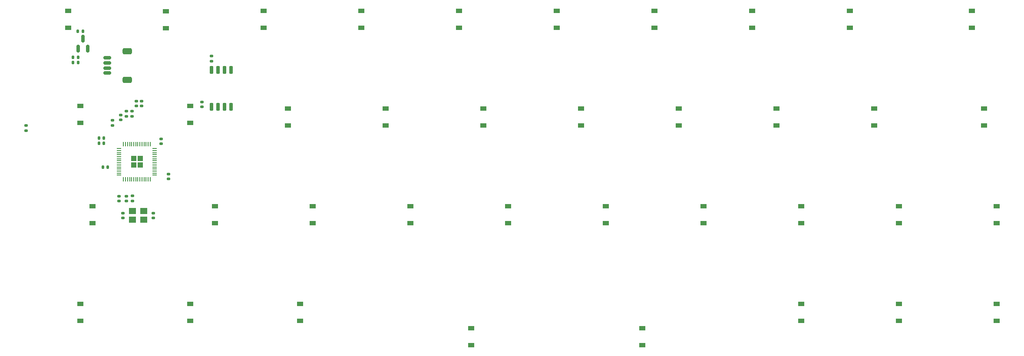
<source format=gbr>
%TF.GenerationSoftware,KiCad,Pcbnew,(6.0.7-1)-1*%
%TF.CreationDate,2022-08-08T11:53:52-04:00*%
%TF.ProjectId,shortiepie2040,73686f72-7469-4657-9069-65323034302e,rev?*%
%TF.SameCoordinates,Original*%
%TF.FileFunction,Paste,Bot*%
%TF.FilePolarity,Positive*%
%FSLAX46Y46*%
G04 Gerber Fmt 4.6, Leading zero omitted, Abs format (unit mm)*
G04 Created by KiCad (PCBNEW (6.0.7-1)-1) date 2022-08-08 11:53:52*
%MOMM*%
%LPD*%
G01*
G04 APERTURE LIST*
G04 Aperture macros list*
%AMRoundRect*
0 Rectangle with rounded corners*
0 $1 Rounding radius*
0 $2 $3 $4 $5 $6 $7 $8 $9 X,Y pos of 4 corners*
0 Add a 4 corners polygon primitive as box body*
4,1,4,$2,$3,$4,$5,$6,$7,$8,$9,$2,$3,0*
0 Add four circle primitives for the rounded corners*
1,1,$1+$1,$2,$3*
1,1,$1+$1,$4,$5*
1,1,$1+$1,$6,$7*
1,1,$1+$1,$8,$9*
0 Add four rect primitives between the rounded corners*
20,1,$1+$1,$2,$3,$4,$5,0*
20,1,$1+$1,$4,$5,$6,$7,0*
20,1,$1+$1,$6,$7,$8,$9,0*
20,1,$1+$1,$8,$9,$2,$3,0*%
G04 Aperture macros list end*
%ADD10RoundRect,0.250000X0.292217X0.292217X-0.292217X0.292217X-0.292217X-0.292217X0.292217X-0.292217X0*%
%ADD11RoundRect,0.050000X0.387500X0.050000X-0.387500X0.050000X-0.387500X-0.050000X0.387500X-0.050000X0*%
%ADD12RoundRect,0.050000X0.050000X0.387500X-0.050000X0.387500X-0.050000X-0.387500X0.050000X-0.387500X0*%
%ADD13R,1.400000X1.200000*%
%ADD14RoundRect,0.150000X0.150000X-0.587500X0.150000X0.587500X-0.150000X0.587500X-0.150000X-0.587500X0*%
%ADD15RoundRect,0.150000X-0.150000X0.650000X-0.150000X-0.650000X0.150000X-0.650000X0.150000X0.650000X0*%
%ADD16RoundRect,0.135000X0.185000X-0.135000X0.185000X0.135000X-0.185000X0.135000X-0.185000X-0.135000X0*%
%ADD17RoundRect,0.135000X-0.185000X0.135000X-0.185000X-0.135000X0.185000X-0.135000X0.185000X0.135000X0*%
%ADD18RoundRect,0.150000X-0.625000X0.150000X-0.625000X-0.150000X0.625000X-0.150000X0.625000X0.150000X0*%
%ADD19RoundRect,0.250000X-0.650000X0.350000X-0.650000X-0.350000X0.650000X-0.350000X0.650000X0.350000X0*%
%ADD20R,1.200000X0.900000*%
%ADD21RoundRect,0.140000X0.140000X0.170000X-0.140000X0.170000X-0.140000X-0.170000X0.140000X-0.170000X0*%
%ADD22RoundRect,0.140000X0.170000X-0.140000X0.170000X0.140000X-0.170000X0.140000X-0.170000X-0.140000X0*%
%ADD23RoundRect,0.140000X-0.170000X0.140000X-0.170000X-0.140000X0.170000X-0.140000X0.170000X0.140000X0*%
G04 APERTURE END LIST*
D10*
%TO.C,U1*%
X70312500Y-84237500D03*
X70312500Y-82962500D03*
X71587500Y-82962500D03*
X71587500Y-84237500D03*
D11*
X74387500Y-81000000D03*
X74387500Y-81400000D03*
X74387500Y-81800000D03*
X74387500Y-82200000D03*
X74387500Y-82600000D03*
X74387500Y-83000000D03*
X74387500Y-83400000D03*
X74387500Y-83800000D03*
X74387500Y-84200000D03*
X74387500Y-84600000D03*
X74387500Y-85000000D03*
X74387500Y-85400000D03*
X74387500Y-85800000D03*
X74387500Y-86200000D03*
D12*
X73550000Y-87037500D03*
X73150000Y-87037500D03*
X72750000Y-87037500D03*
X72350000Y-87037500D03*
X71950000Y-87037500D03*
X71550000Y-87037500D03*
X71150000Y-87037500D03*
X70750000Y-87037500D03*
X70350000Y-87037500D03*
X69950000Y-87037500D03*
X69550000Y-87037500D03*
X69150000Y-87037500D03*
X68750000Y-87037500D03*
X68350000Y-87037500D03*
D11*
X67512500Y-86200000D03*
X67512500Y-85800000D03*
X67512500Y-85400000D03*
X67512500Y-85000000D03*
X67512500Y-84600000D03*
X67512500Y-84200000D03*
X67512500Y-83800000D03*
X67512500Y-83400000D03*
X67512500Y-83000000D03*
X67512500Y-82600000D03*
X67512500Y-82200000D03*
X67512500Y-81800000D03*
X67512500Y-81400000D03*
X67512500Y-81000000D03*
D12*
X68350000Y-80162500D03*
X68750000Y-80162500D03*
X69150000Y-80162500D03*
X69550000Y-80162500D03*
X69950000Y-80162500D03*
X70350000Y-80162500D03*
X70750000Y-80162500D03*
X71150000Y-80162500D03*
X71550000Y-80162500D03*
X71950000Y-80162500D03*
X72350000Y-80162500D03*
X72750000Y-80162500D03*
X73150000Y-80162500D03*
X73550000Y-80162500D03*
%TD*%
D13*
%TO.C,Y1*%
X70100000Y-93200000D03*
X72300000Y-93200000D03*
X72300000Y-94900000D03*
X70100000Y-94900000D03*
%TD*%
D14*
%TO.C,U3*%
X61400000Y-61487500D03*
X59500000Y-61487500D03*
X60450000Y-59612500D03*
%TD*%
D15*
%TO.C,U2*%
X85495000Y-65650000D03*
X86765000Y-65650000D03*
X88035000Y-65650000D03*
X89305000Y-65650000D03*
X89305000Y-72850000D03*
X88035000Y-72850000D03*
X86765000Y-72850000D03*
X85495000Y-72850000D03*
%TD*%
D16*
%TO.C,R_RST1*%
X49350000Y-76540000D03*
X49350000Y-77560000D03*
%TD*%
D17*
%TO.C,R_Flash1*%
X85500000Y-62990000D03*
X85500000Y-64010000D03*
%TD*%
%TO.C,R_DATA2*%
X68900000Y-73690000D03*
X68900000Y-74710000D03*
%TD*%
%TO.C,R_DATA1*%
X70000000Y-73690000D03*
X70000000Y-74710000D03*
%TD*%
D16*
%TO.C,R_Crystal1*%
X70100000Y-91260000D03*
X70100000Y-90240000D03*
%TD*%
D18*
%TO.C,J1*%
X65200000Y-63300000D03*
X65200000Y-64300000D03*
X65200000Y-65300000D03*
X65200000Y-66300000D03*
D19*
X69075000Y-67600000D03*
X69075000Y-62000000D03*
%TD*%
D20*
%TO.C,D38*%
X238550000Y-114600000D03*
X238550000Y-111300000D03*
%TD*%
%TO.C,D37*%
X238550000Y-95550000D03*
X238550000Y-92250000D03*
%TD*%
%TO.C,D36*%
X236168750Y-76500000D03*
X236168750Y-73200000D03*
%TD*%
%TO.C,D35*%
X233787500Y-57450000D03*
X233787500Y-54150000D03*
%TD*%
%TO.C,D34*%
X219500000Y-114600000D03*
X219500000Y-111300000D03*
%TD*%
%TO.C,D33*%
X219500000Y-95550000D03*
X219500000Y-92250000D03*
%TD*%
%TO.C,D32*%
X214737500Y-76500000D03*
X214737500Y-73200000D03*
%TD*%
%TO.C,D31*%
X209975000Y-57450000D03*
X209975000Y-54150000D03*
%TD*%
%TO.C,D30*%
X200450000Y-114600000D03*
X200450000Y-111300000D03*
%TD*%
%TO.C,D29*%
X200450000Y-95550000D03*
X200450000Y-92250000D03*
%TD*%
%TO.C,D28*%
X195687500Y-76500000D03*
X195687500Y-73200000D03*
%TD*%
%TO.C,D27*%
X190925000Y-57450000D03*
X190925000Y-54150000D03*
%TD*%
%TO.C,D26*%
X181400000Y-95550000D03*
X181400000Y-92250000D03*
%TD*%
%TO.C,D25*%
X176637500Y-76500000D03*
X176637500Y-73200000D03*
%TD*%
%TO.C,D24*%
X171875000Y-57450000D03*
X171875000Y-54150000D03*
%TD*%
%TO.C,D23*%
X169493750Y-119362500D03*
X169493750Y-116062500D03*
%TD*%
%TO.C,D22*%
X162350000Y-95550000D03*
X162350000Y-92250000D03*
%TD*%
%TO.C,D21*%
X157587500Y-76500000D03*
X157587500Y-73200000D03*
%TD*%
%TO.C,D20*%
X152825000Y-57450000D03*
X152825000Y-54150000D03*
%TD*%
%TO.C,D19*%
X136156250Y-119362500D03*
X136156250Y-116062500D03*
%TD*%
%TO.C,D18*%
X143300000Y-95550000D03*
X143300000Y-92250000D03*
%TD*%
%TO.C,D17*%
X138537500Y-76500000D03*
X138537500Y-73200000D03*
%TD*%
%TO.C,D16*%
X133775000Y-57450000D03*
X133775000Y-54150000D03*
%TD*%
%TO.C,D15*%
X124250000Y-95550000D03*
X124250000Y-92250000D03*
%TD*%
%TO.C,D14*%
X119487500Y-76500000D03*
X119487500Y-73200000D03*
%TD*%
%TO.C,D13*%
X114725000Y-57450000D03*
X114725000Y-54150000D03*
%TD*%
%TO.C,D12*%
X102818750Y-114600000D03*
X102818750Y-111300000D03*
%TD*%
%TO.C,D11*%
X105200000Y-95550000D03*
X105200000Y-92250000D03*
%TD*%
%TO.C,D10*%
X100437500Y-76500000D03*
X100437500Y-73200000D03*
%TD*%
%TO.C,D9*%
X95675000Y-57450000D03*
X95675000Y-54150000D03*
%TD*%
%TO.C,D8*%
X81387500Y-114600000D03*
X81387500Y-111300000D03*
%TD*%
%TO.C,D7*%
X86150000Y-95550000D03*
X86150000Y-92250000D03*
%TD*%
%TO.C,D6*%
X81387500Y-76000000D03*
X81387500Y-72700000D03*
%TD*%
%TO.C,D5*%
X76625000Y-57550000D03*
X76625000Y-54250000D03*
%TD*%
%TO.C,D4*%
X59956250Y-114600000D03*
X59956250Y-111300000D03*
%TD*%
%TO.C,D3*%
X62337500Y-95550000D03*
X62337500Y-92250000D03*
%TD*%
%TO.C,D2*%
X59956250Y-76000000D03*
X59956250Y-72700000D03*
%TD*%
%TO.C,D1*%
X57575000Y-57450000D03*
X57575000Y-54150000D03*
%TD*%
D21*
%TO.C,C_LD2*%
X59480000Y-63200000D03*
X58520000Y-63200000D03*
%TD*%
%TO.C,C_LD1*%
X60430000Y-58100000D03*
X59470000Y-58100000D03*
%TD*%
D22*
%TO.C,C_Flash1*%
X83650000Y-72880000D03*
X83650000Y-71920000D03*
%TD*%
%TO.C,C_Crystal2*%
X68200000Y-94530000D03*
X68200000Y-93570000D03*
%TD*%
D23*
%TO.C,C_Crystal1*%
X74200000Y-93570000D03*
X74200000Y-94530000D03*
%TD*%
D22*
%TO.C,C_3V-Decoup9*%
X75700000Y-80080000D03*
X75700000Y-79120000D03*
%TD*%
D23*
%TO.C,C_3V-Decoup8*%
X68950000Y-90270000D03*
X68950000Y-91230000D03*
%TD*%
D21*
%TO.C,C_3V-Decoup7*%
X64530000Y-78950000D03*
X63570000Y-78950000D03*
%TD*%
D23*
%TO.C,C_3V-Decoup6*%
X77100000Y-85970000D03*
X77100000Y-86930000D03*
%TD*%
D21*
%TO.C,C_3V-Decoup5*%
X64530000Y-80000000D03*
X63570000Y-80000000D03*
%TD*%
%TO.C,C_3V-Decoup4*%
X65280000Y-84600000D03*
X64320000Y-84600000D03*
%TD*%
D22*
%TO.C,C_3V-Decoup3*%
X70900000Y-72730000D03*
X70900000Y-71770000D03*
%TD*%
%TO.C,C_3V-Decoup2*%
X66200000Y-76480000D03*
X66200000Y-75520000D03*
%TD*%
D21*
%TO.C,C_3V-Decoup1*%
X59480000Y-64250000D03*
X58520000Y-64250000D03*
%TD*%
D23*
%TO.C,C_1V-Decoup3*%
X67450000Y-90270000D03*
X67450000Y-91230000D03*
%TD*%
D22*
%TO.C,C_1V-Decoup2*%
X71900000Y-71770000D03*
X71900000Y-72730000D03*
%TD*%
%TO.C,C_1V-Decoup1*%
X67800000Y-75410000D03*
X67800000Y-74450000D03*
%TD*%
M02*

</source>
